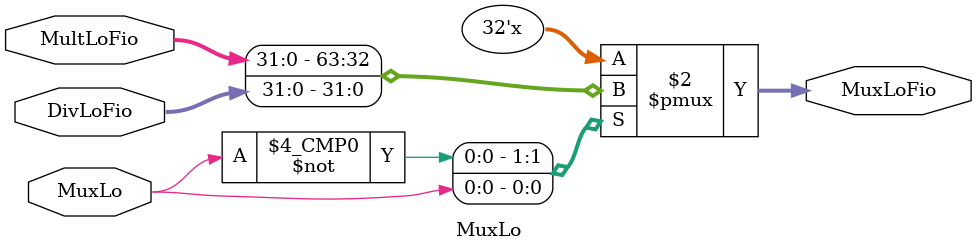
<source format=v>
module MuxLo( input wire [31:0] MultLoFio, input wire [31:0] DivLoFio, input wire [0:0] MuxLo, output reg [31:0] MuxLoFio);

always begin
		case(MuxLo)
			1'b0: 
			begin
			MuxLoFio <= MultLoFio;
			end
						
			1'b1:
			begin
			MuxLoFio <= DivLoFio;
			end
			
		endcase
	end
 
	

endmodule

</source>
